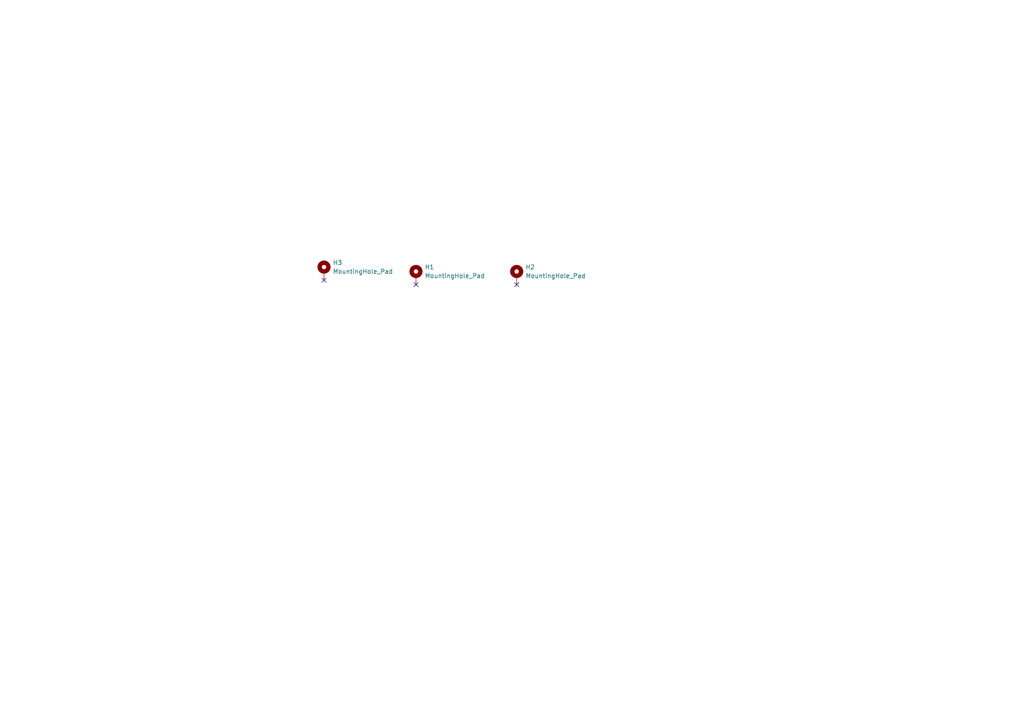
<source format=kicad_sch>
(kicad_sch (version 20230121) (generator eeschema)
  (paper "A4")
  (lib_symbols
    (symbol "Mechanical:MountingHole_Pad" (pin_numbers hide) (pin_names (offset 1.016) hide)
      (property "Reference" "H" (at 0 6.35 0))
      (property "Value" "MountingHole_Pad" (at 0 4.445 0))
      (symbol "MountingHole_Pad_0_1"
        (circle (center 0 1.27) (radius 1.27) (stroke (width 1.27)))
      )
      (symbol "MountingHole_Pad_1_1"
        (pin input line (at 0 -2.54 90) (length 2.54) (name "1") (number "1"))
      )
    )
  )
  (no_connect (at 149.86 82.55))
  (no_connect (at 93.98 81.28))
  (no_connect (at 120.65 82.55))
  (symbol (lib_id "Mechanical:MountingHole_Pad") (at 149.86 80.01 0) (unit 1)
    (property "Reference" "H2" (at 152.4 77.47 0) (effects (justify left)))
    (property "Value" "MountingHole_Pad" (at 152.4 80.01 0) (effects (justify left)))
    (property "Footprint" "MountingHole:MountingHole_2.2mm_M2_DIN965_Pad" (effects hide))
  )
  (symbol (lib_id "Mechanical:MountingHole_Pad") (at 93.98 78.74 0) (unit 1)
    (property "Reference" "H3" (at 96.52 76.2 0) (effects (justify left)))
    (property "Value" "MountingHole_Pad" (at 96.52 78.74 0) (effects (justify left)))
    (property "Footprint" "MountingHole:MountingHole_2.2mm_M2_DIN965_Pad" (effects hide))
  )
  (symbol (lib_id "Mechanical:MountingHole_Pad") (at 120.65 80.01 0) (unit 1)
    (property "Reference" "H1" (at 123.19 77.47 0) (effects (justify left)))
    (property "Value" "MountingHole_Pad" (at 123.19 80.01 0) (effects (justify left)))
    (property "Footprint" "MountingHole:MountingHole_2.2mm_M2_DIN965_Pad" (effects hide))
  )
)
</source>
